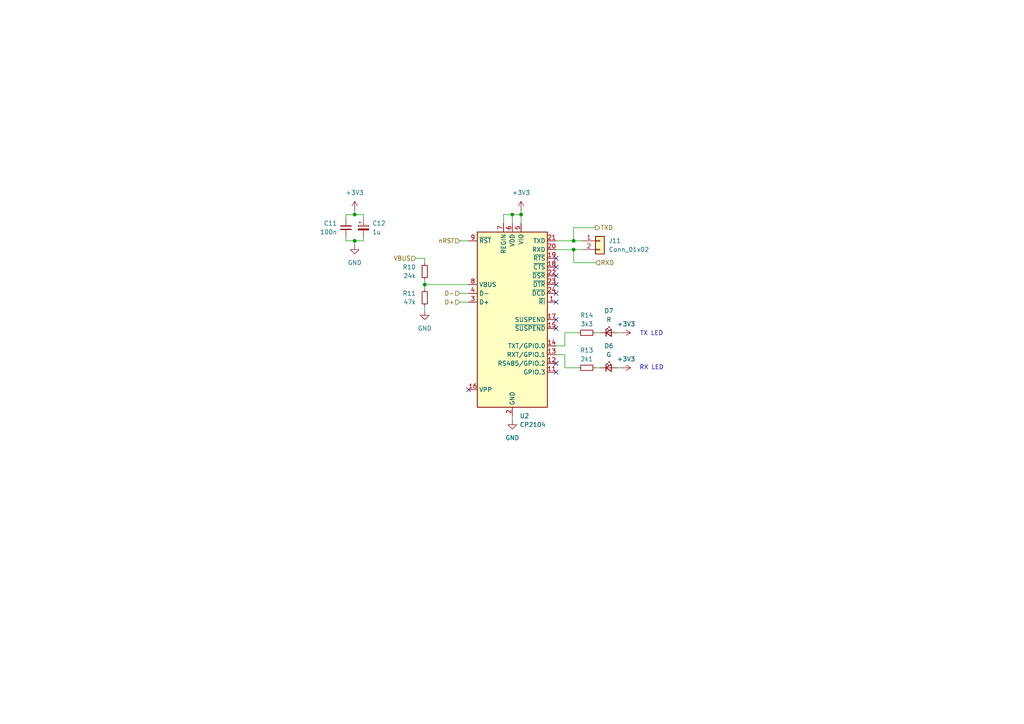
<source format=kicad_sch>
(kicad_sch (version 20250114) (generator "eeschema") (generator_version "9.0")
  (paper "A4")
  (lib_symbols
    (symbol "Connector_Generic:Conn_01x02" (pin_names (offset 1.016) (hide yes))
      (property "Reference" "J" (at 0 2.54 0))
      (property "Value" "Conn_01x02" (at 0 -5.08 0))
      (symbol "Conn_01x02_1_1"
        (rectangle (start -1.27 1.27) (end 1.27 -3.81) (stroke (width 0.254)) (fill (type background)))
        (rectangle (start -1.27 0.127) (end 0 -0.127) (stroke (width 0.1524)))
        (rectangle (start -1.27 -2.413) (end 0 -2.667) (stroke (width 0.1524)))
        (pin passive line (at -5.08 0 0) (length 3.81) (name "Pin_1") (number "1"))
        (pin passive line (at -5.08 -2.54 0) (length 3.81) (name "Pin_2") (number "2"))
      )
    )
    (symbol "Device:C_Polarized_Small" (pin_numbers (hide yes)) (pin_names (offset 0.254) (hide yes))
      (property "Reference" "C" (at 0.254 1.778 0))
      (property "Value" "C_Polarized_Small" (at 0.254 -2.032 0))
      (symbol "C_Polarized_Small_0_1"
        (rectangle (start -1.524 0.6858) (end 1.524 0.3048))
        (rectangle (start -1.524 -0.3048) (end 1.524 -0.6858) (fill (type outline)))
        (polyline (pts (xy -1.27 1.524) (xy -0.762 1.524)))
        (polyline (pts (xy -1.016 1.27) (xy -1.016 1.778)))
      )
      (symbol "C_Polarized_Small_1_1"
        (pin passive line (at 0 2.54 270) (length 1.8542) (name "~") (number "1"))
        (pin passive line (at 0 -2.54 90) (length 1.8542) (name "~") (number "2"))
      )
    )
    (symbol "Device:C_Small" (pin_numbers (hide yes)) (pin_names (offset 0.254) (hide yes))
      (property "Reference" "C" (at 0.254 1.778 0))
      (property "Value" "C_Small" (at 0.254 -2.032 0))
      (symbol "C_Small_0_1"
        (polyline (pts (xy -1.524 0.508) (xy 1.524 0.508)) (stroke (width 0.3048)))
        (polyline (pts (xy -1.524 -0.508) (xy 1.524 -0.508)) (stroke (width 0.3302)))
      )
      (symbol "C_Small_1_1"
        (pin passive line (at 0 2.54 270) (length 2.032) (name "~") (number "1"))
        (pin passive line (at 0 -2.54 90) (length 2.032) (name "~") (number "2"))
      )
    )
    (symbol "Device:LED_Small" (pin_numbers (hide yes)) (pin_names (offset 0.254) (hide yes))
      (property "Reference" "D" (at -1.27 3.175 0))
      (property "Value" "LED_Small" (at -4.445 -2.54 0))
      (symbol "LED_Small_0_1"
        (polyline (pts (xy -0.762 -1.016) (xy -0.762 1.016)) (stroke (width 0.254)))
        (polyline (pts (xy 0 0.762) (xy -0.508 1.27) (xy -0.254 1.27) (xy -0.508 1.27) (xy -0.508 1.016)))
        (polyline (pts (xy 0.508 1.27) (xy 0 1.778) (xy 0.254 1.778) (xy 0 1.778) (xy 0 1.524)))
        (polyline (pts (xy 0.762 -1.016) (xy -0.762 0) (xy 0.762 1.016) (xy 0.762 -1.016)) (stroke (width 0.254)))
        (polyline (pts (xy 1.016 0) (xy -0.762 0)))
      )
      (symbol "LED_Small_1_1"
        (pin passive line (at -2.54 0 0) (length 1.778) (name "K") (number "1"))
        (pin passive line (at 2.54 0 180) (length 1.778) (name "A") (number "2"))
      )
    )
    (symbol "Device:R_Small" (pin_numbers (hide yes)) (pin_names (offset 0.254) (hide yes))
      (property "Reference" "R" (at 0 0 90))
      (property "Value" "R_Small" (at 1.778 0 90))
      (symbol "R_Small_0_1"
        (rectangle (start -0.762 1.778) (end 0.762 -1.778) (stroke (width 0.2032)))
      )
      (symbol "R_Small_1_1"
        (pin passive line (at 0 2.54 270) (length 0.762) (name "~") (number "1"))
        (pin passive line (at 0 -2.54 90) (length 0.762) (name "~") (number "2"))
      )
    )
    (symbol "Interface_USB:CP2104"
      (property "Reference" "U" (at -5.08 28.575 0))
      (property "Value" "CP2104" (at -5.08 26.67 0))
      (symbol "CP2104_1_1"
        (rectangle (start -10.16 25.4) (end 10.16 -25.4) (stroke (width 0.254)) (fill (type background)))
        (pin bidirectional line (at -12.7 22.86 0) (length 2.54) (name "~{RST}") (number "9"))
        (pin input line (at -12.7 10.16 0) (length 2.54) (name "VBUS") (number "8"))
        (pin bidirectional line (at -12.7 7.62 0) (length 2.54) (name "D-") (number "4"))
        (pin bidirectional line (at -12.7 5.08 0) (length 2.54) (name "D+") (number "3"))
        (pin passive line (at -12.7 -20.32 0) (length 2.54) (name "VPP") (number "16"))
        (pin power_in line (at -2.54 27.94 270) (length 2.54) (name "REGIN") (number "7"))
        (pin power_in line (at 0 27.94 270) (length 2.54) (name "VDD") (number "6"))
        (pin power_in line (at 0 -27.94 90) (length 2.54) (name "GND") (number "2"))
        (pin passive line (at 0 -27.94 90) (length 2.54) (hide yes) (name "GND") (number "25"))
        (pin power_in line (at 2.54 27.94 270) (length 2.54) (name "VIO") (number "5"))
        (pin no_connect line (at 10.16 -20.32 180) (length 2.54) (hide yes) (name "NC") (number "10"))
        (pin output line (at 12.7 22.86 180) (length 2.54) (name "TXD") (number "21"))
        (pin input line (at 12.7 20.32 180) (length 2.54) (name "RXD") (number "20"))
        (pin output line (at 12.7 17.78 180) (length 2.54) (name "~{RTS}") (number "19"))
        (pin input line (at 12.7 15.24 180) (length 2.54) (name "~{CTS}") (number "18"))
        (pin input line (at 12.7 12.7 180) (length 2.54) (name "~{DSR}") (number "22"))
        (pin output line (at 12.7 10.16 180) (length 2.54) (name "~{DTR}") (number "23"))
        (pin input line (at 12.7 7.62 180) (length 2.54) (name "~{DCD}") (number "24"))
        (pin input line (at 12.7 5.08 180) (length 2.54) (name "~{RI}") (number "1"))
        (pin output line (at 12.7 0 180) (length 2.54) (name "SUSPEND") (number "17"))
        (pin output line (at 12.7 -2.54 180) (length 2.54) (name "~{SUSPEND}") (number "15"))
        (pin bidirectional line (at 12.7 -7.62 180) (length 2.54) (name "TXT/GPIO.0") (number "14"))
        (pin bidirectional line (at 12.7 -10.16 180) (length 2.54) (name "RXT/GPIO.1") (number "13"))
        (pin bidirectional line (at 12.7 -12.7 180) (length 2.54) (name "RS485/GPIO.2") (number "12"))
        (pin bidirectional line (at 12.7 -15.24 180) (length 2.54) (name "GPIO.3") (number "11"))
      )
    )
    (symbol "power:+3V3" (power) (pin_numbers (hide yes)) (pin_names (offset 0) (hide yes))
      (property "Value" "+3V3" (at 0 3.556 0))
      (symbol "+3V3_0_1"
        (polyline (pts (xy -0.762 1.27) (xy 0 2.54)))
        (polyline (pts (xy 0 2.54) (xy 0.762 1.27)))
        (polyline (pts (xy 0 0) (xy 0 2.54)))
      )
      (symbol "+3V3_1_1"
        (pin power_in line (at 0 0 90) (length 0) (name "~") (number "1"))
      )
    )
    (symbol "power:GND" (power) (pin_numbers (hide yes)) (pin_names (offset 0) (hide yes))
      (property "Value" "GND" (at 0 -3.81 0))
      (symbol "GND_0_1"
        (polyline (pts (xy 0 0) (xy 0 -1.27) (xy 1.27 -1.27) (xy 0 -2.54) (xy -1.27 -1.27) (xy 0 -1.27)))
      )
      (symbol "GND_1_1"
        (pin power_in line (at 0 0 270) (length 0) (name "~") (number "1"))
      )
    )
  )
  (text "TX LED" (at 188.976 96.774 0) (effects (font (size 1.27 1.27))))
  (text "RX LED" (at 188.976 106.68 0) (effects (font (size 1.27 1.27))))
  (junction (at 123.19 82.55))
  (junction (at 151.13 62.23))
  (junction (at 102.87 62.23))
  (junction (at 166.37 72.39))
  (junction (at 148.59 62.23))
  (junction (at 102.87 69.85))
  (junction (at 166.37 69.85))
  (no_connect (at 161.29 80.01))
  (no_connect (at 161.29 85.09))
  (no_connect (at 161.29 74.93))
  (no_connect (at 161.29 95.25))
  (no_connect (at 161.29 105.41))
  (no_connect (at 161.29 92.71))
  (no_connect (at 161.29 82.55))
  (no_connect (at 161.29 87.63))
  (no_connect (at 135.89 113.03))
  (no_connect (at 161.29 107.95))
  (no_connect (at 161.29 77.47))
  (wire (pts (xy 100.33 62.23) (xy 100.33 63.5)))
  (wire (pts (xy 100.33 68.58) (xy 100.33 69.85)))
  (wire (pts (xy 180.34 96.52) (xy 179.07 96.52)))
  (wire (pts (xy 123.19 76.2) (xy 123.19 74.93)))
  (wire (pts (xy 120.65 74.93) (xy 123.19 74.93)))
  (wire (pts (xy 173.99 96.52) (xy 172.72 96.52)))
  (wire (pts (xy 123.19 88.9) (xy 123.19 90.17)))
  (wire (pts (xy 151.13 62.23) (xy 151.13 64.77)))
  (wire (pts (xy 172.72 76.2) (xy 166.37 76.2)))
  (wire (pts (xy 166.37 72.39) (xy 168.91 72.39)))
  (wire (pts (xy 146.05 62.23) (xy 148.59 62.23)))
  (wire (pts (xy 180.34 106.68) (xy 179.07 106.68)))
  (wire (pts (xy 161.29 100.33) (xy 163.83 100.33)))
  (wire (pts (xy 148.59 62.23) (xy 151.13 62.23)))
  (wire (pts (xy 163.83 96.52) (xy 167.64 96.52)))
  (wire (pts (xy 172.72 66.04) (xy 166.37 66.04)))
  (wire (pts (xy 102.87 69.85) (xy 102.87 71.12)))
  (wire (pts (xy 163.83 102.87) (xy 163.83 106.68)))
  (wire (pts (xy 161.29 102.87) (xy 163.83 102.87)))
  (wire (pts (xy 123.19 82.55) (xy 123.19 83.82)))
  (wire (pts (xy 151.13 60.96) (xy 151.13 62.23)))
  (wire (pts (xy 163.83 100.33) (xy 163.83 96.52)))
  (wire (pts (xy 161.29 69.85) (xy 166.37 69.85)))
  (wire (pts (xy 148.59 120.65) (xy 148.59 121.92)))
  (wire (pts (xy 166.37 69.85) (xy 168.91 69.85)))
  (wire (pts (xy 105.41 68.58) (xy 105.41 69.85)))
  (wire (pts (xy 105.41 62.23) (xy 102.87 62.23)))
  (wire (pts (xy 148.59 64.77) (xy 148.59 62.23)))
  (wire (pts (xy 166.37 76.2) (xy 166.37 72.39)))
  (wire (pts (xy 173.99 106.68) (xy 172.72 106.68)))
  (wire (pts (xy 100.33 69.85) (xy 102.87 69.85)))
  (wire (pts (xy 163.83 106.68) (xy 167.64 106.68)))
  (wire (pts (xy 133.35 85.09) (xy 135.89 85.09)))
  (wire (pts (xy 105.41 63.5) (xy 105.41 62.23)))
  (wire (pts (xy 102.87 69.85) (xy 105.41 69.85)))
  (wire (pts (xy 133.35 87.63) (xy 135.89 87.63)))
  (wire (pts (xy 123.19 81.28) (xy 123.19 82.55)))
  (wire (pts (xy 102.87 62.23) (xy 100.33 62.23)))
  (wire (pts (xy 133.35 69.85) (xy 135.89 69.85)))
  (wire (pts (xy 146.05 64.77) (xy 146.05 62.23)))
  (wire (pts (xy 166.37 66.04) (xy 166.37 69.85)))
  (wire (pts (xy 161.29 72.39) (xy 166.37 72.39)))
  (wire (pts (xy 123.19 82.55) (xy 135.89 82.55)))
  (wire (pts (xy 102.87 60.96) (xy 102.87 62.23)))
  (hierarchical_label "D-" (shape input) (at 133.35 85.09 180))
  (hierarchical_label "D+" (shape input) (at 133.35 87.63 180))
  (hierarchical_label "RXD" (shape input) (at 172.72 76.2 0))
  (hierarchical_label "VBUS" (shape input) (at 120.65 74.93 180))
  (hierarchical_label "nRST" (shape input) (at 133.35 69.85 180))
  (hierarchical_label "TXD" (shape output) (at 172.72 66.04 0))
  (symbol (lib_id "Device:R_Small") (at 123.19 86.36 0) (mirror y) (unit 1)
    (property "Reference" "R11" (at 120.65 85.0899 0) (effects (justify left)))
    (property "Value" "47k" (at 120.65 87.6299 0) (effects (justify left)))
    (property "Footprint" "Resistor_SMD:R_0603_1608Metric" (effects (hide yes)))
    (property "Description" "Resistor, small symbol" (effects (hide yes)))
  )
  (symbol (lib_id "power:+3V3") (at 180.34 106.68 270) (mirror x) (unit 1)
    (property "Reference" "#PWR063" (effects (hide yes)))
    (property "Value" "+3V3" (at 181.61 104.14 90))
    (property "Description" "Power symbol creates a global label with name \"+3V3\"" (effects (hide yes)))
  )
  (symbol (lib_id "Device:R_Small") (at 170.18 106.68 270) (mirror x) (unit 1)
    (property "Reference" "R13" (at 170.18 101.6 90))
    (property "Value" "2k1" (at 170.18 104.14 90))
    (property "Footprint" "Resistor_SMD:R_0603_1608Metric" (effects (hide yes)))
    (property "Description" "Resistor, small symbol" (effects (hide yes)))
  )
  (symbol (lib_id "Device:LED_Small") (at 176.53 106.68 0) (unit 1)
    (property "Reference" "D6" (at 176.5935 100.33 0))
    (property "Value" "G" (at 176.5935 102.87 0))
    (property "Footprint" "LED_SMD:LED_0603_1608Metric" (effects (hide yes)))
    (property "Description" "Light emitting diode, small symbol" (effects (hide yes)))
    (property "Sim.Pin" "1=K 2=A" (effects (hide yes)))
    (property "Mfr No" "150060GS83000" (effects (hide yes)))
    (property "Current" "< 1 mA" (effects (hide yes)))
    (property "Voltage" "2.25 V" (effects (hide yes)))
  )
  (symbol (lib_id "Device:R_Small") (at 123.19 78.74 0) (mirror y) (unit 1)
    (property "Reference" "R10" (at 120.65 77.4699 0) (effects (justify left)))
    (property "Value" "24k" (at 120.65 80.0099 0) (effects (justify left)))
    (property "Footprint" "Resistor_SMD:R_0603_1608Metric" (effects (hide yes)))
    (property "Description" "Resistor, small symbol" (effects (hide yes)))
  )
  (symbol (lib_id "Device:C_Small") (at 100.33 66.04 0) (mirror y) (unit 1)
    (property "Reference" "C11" (at 97.79 64.7762 0) (effects (justify left)))
    (property "Value" "100n" (at 97.79 67.3162 0) (effects (justify left)))
    (property "Footprint" "Capacitor_SMD:C_0603_1608Metric" (effects (hide yes)))
    (property "Description" "Unpolarized capacitor, small symbol" (effects (hide yes)))
  )
  (symbol (lib_id "power:GND") (at 123.19 90.17 0) (unit 1)
    (property "Reference" "#PWR061" (effects (hide yes)))
    (property "Value" "GND" (at 123.19 95.25 0))
    (property "Description" "Power symbol creates a global label with name \"GND\" , ground" (effects (hide yes)))
  )
  (symbol (lib_id "Device:C_Polarized_Small") (at 105.41 66.04 0) (unit 1)
    (property "Reference" "C12" (at 107.95 64.77 0) (effects (justify left)))
    (property "Value" "1u" (at 107.95 67.31 0) (effects (justify left)))
    (property "Footprint" "Capacitor_Tantalum_SMD:CP_EIA-3216-18_Kemet-A" (effects (hide yes)))
    (property "Description" "Polarized capacitor, small symbol" (effects (hide yes)))
  )
  (symbol (lib_id "Interface_USB:CP2104") (at 148.59 92.71 0) (unit 1)
    (property "Reference" "U2" (at 150.7333 120.65 0) (effects (justify left)))
    (property "Value" "CP2104" (at 150.7333 123.19 0) (effects (justify left)))
    (property "Footprint" "Package_DFN_QFN:QFN-24-1EP_4x4mm_P0.5mm_EP2.6x2.6mm" (effects (hide yes)))
    (property "Datasheet" "https://www.silabs.com/documents/public/data-sheets/cp2104.pdf" (effects (hide yes)))
    (property "Description" "Single-Chip USB-to-UART Bridge, USB 2.0 Full-Speed, 2Mbps UART, QFN-24" (effects (hide yes)))
  )
  (symbol (lib_id "power:GND") (at 102.87 71.12 0) (unit 1)
    (property "Reference" "#PWR060" (effects (hide yes)))
    (property "Value" "GND" (at 102.87 76.2 0))
    (property "Description" "Power symbol creates a global label with name \"GND\" , ground" (effects (hide yes)))
  )
  (symbol (lib_id "power:GND") (at 148.59 121.92 0) (unit 1)
    (property "Reference" "#PWR056" (effects (hide yes)))
    (property "Value" "GND" (at 148.59 127 0))
    (property "Description" "Power symbol creates a global label with name \"GND\" , ground" (effects (hide yes)))
  )
  (symbol (lib_id "Connector_Generic:Conn_01x02") (at 173.99 69.85 0) (unit 1)
    (property "Reference" "J11" (at 176.53 69.8499 0) (effects (justify left)))
    (property "Value" "Conn_01x02" (at 176.53 72.3899 0) (effects (justify left)))
    (property "Footprint" "Connector_PinHeader_2.54mm:PinHeader_1x02_P2.54mm_Vertical" (effects (hide yes)))
    (property "Description" "Generic connector, single row, 01x02, script generated (kicad-library-utils/schlib/autogen/connector/)" (effects (hide yes)))
  )
  (symbol (lib_id "Device:R_Small") (at 170.18 96.52 270) (mirror x) (unit 1)
    (property "Reference" "R14" (at 170.18 91.44 90))
    (property "Value" "3k3" (at 170.18 93.98 90))
    (property "Footprint" "Resistor_SMD:R_0603_1608Metric" (effects (hide yes)))
    (property "Description" "Resistor, small symbol" (effects (hide yes)))
  )
  (symbol (lib_id "power:+3V3") (at 180.34 96.52 270) (mirror x) (unit 1)
    (property "Reference" "#PWR064" (effects (hide yes)))
    (property "Value" "+3V3" (at 181.61 93.98 90))
    (property "Description" "Power symbol creates a global label with name \"+3V3\"" (effects (hide yes)))
  )
  (symbol (lib_id "power:+3V3") (at 102.87 60.96 0) (unit 1)
    (property "Reference" "#PWR059" (effects (hide yes)))
    (property "Value" "+3V3" (at 102.87 55.88 0))
    (property "Description" "Power symbol creates a global label with name \"+3V3\"" (effects (hide yes)))
  )
  (symbol (lib_id "Device:LED_Small") (at 176.53 96.52 0) (unit 1)
    (property "Reference" "D7" (at 176.5935 90.17 0))
    (property "Value" "R" (at 176.5935 92.71 0))
    (property "Footprint" "LED_SMD:LED_0603_1608Metric" (effects (hide yes)))
    (property "Description" "Light emitting diode, small symbol" (effects (hide yes)))
    (property "Sim.Pin" "1=K 2=A" (effects (hide yes)))
    (property "Mfr No" "150060RS83000" (effects (hide yes)))
    (property "Current" "< 1 mA" (effects (hide yes)))
    (property "Voltage" "1.75 V" (effects (hide yes)))
  )
  (symbol (lib_id "power:+3V3") (at 151.13 60.96 0) (unit 1)
    (property "Reference" "#PWR058" (effects (hide yes)))
    (property "Value" "+3V3" (at 151.13 55.88 0))
    (property "Description" "Power symbol creates a global label with name \"+3V3\"" (effects (hide yes)))
  )
)
</source>
